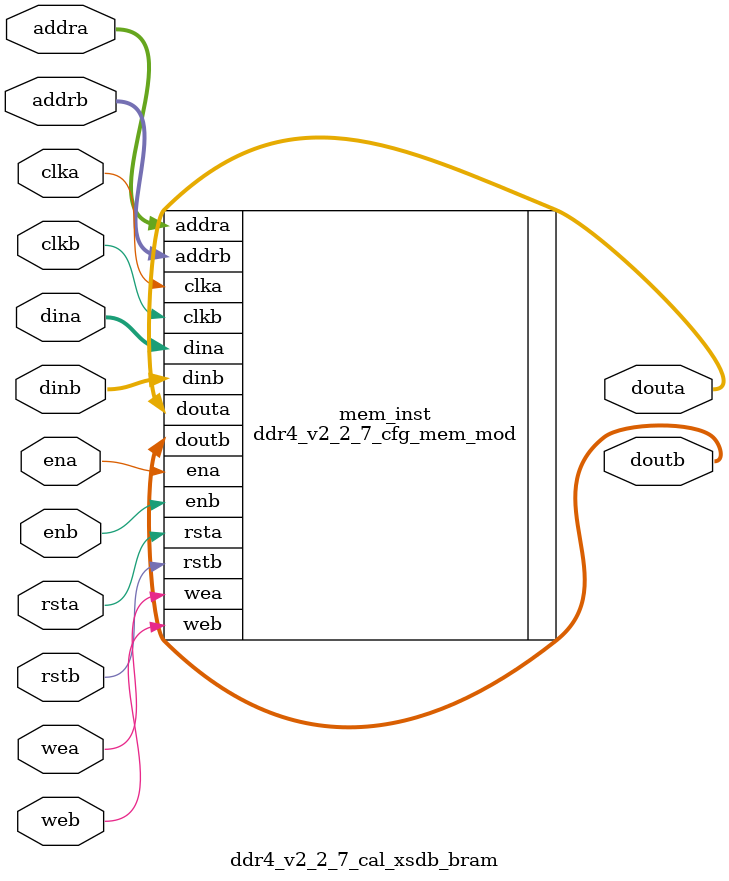
<source format=sv>
/******************************************************************************
// (c) Copyright 2013 - 2014 Xilinx, Inc. All rights reserved.
//
// This file contains confidential and proprietary information
// of Xilinx, Inc. and is protected under U.S. and
// international copyright and other intellectual property
// laws.
//
// DISCLAIMER
// This disclaimer is not a license and does not grant any
// rights to the materials distributed herewith. Except as
// otherwise provided in a valid license issued to you by
// Xilinx, and to the maximum extent permitted by applicable
// law: (1) THESE MATERIALS ARE MADE AVAILABLE "AS IS" AND
// WITH ALL FAULTS, AND XILINX HEREBY DISCLAIMS ALL WARRANTIES
// AND CONDITIONS, EXPRESS, IMPLIED, OR STATUTORY, INCLUDING
// BUT NOT LIMITED TO WARRANTIES OF MERCHANTABILITY, NON-
// INFRINGEMENT, OR FITNESS FOR ANY PARTICULAR PURPOSE; and
// (2) Xilinx shall not be liable (whether in contract or tort,
// including negligence, or under any other theory of
// liability) for any loss or damage of any kind or nature
// related to, arising under or in connection with these
// materials, including for any direct, or any indirect,
// special, incidental, or consequential loss or damage
// (including loss of data, profits, goodwill, or any type of
// loss or damage suffered as a result of any action brought
// by a third party) even if such damage or loss was
// reasonably foreseeable or Xilinx had been advised of the
// possibility of the same.
//
// CRITICAL APPLICATIONS
// Xilinx products are not designed or intended to be fail-
// safe, or for use in any application requiring fail-safe
// performance, such as life-support or safety devices or
// systems, Class III medical devices, nuclear facilities,
// applications related to the deployment of airbags, or any
// other applications that could lead to death, personal
// injury, or severe property or environmental damage
// (individually and collectively, "Critical
// Applications"). Customer assumes the sole risk and
// liability of any use of Xilinx products in Critical
// Applications, subject only to applicable laws and
// regulations governing limitations on product liability.
//
// THIS COPYRIGHT NOTICE AND DISCLAIMER MUST BE RETAINED AS
// PART OF THIS FILE AT ALL TIMES.
******************************************************************************/
//   ____  ____
//  /   /\/   /
// /___/  \  /    Vendor             : Xilinx
// \   \   \/     Version            : 2.0
//  \   \         Application        : MIG
//  /   /         Filename           : ddr4_v2_2_7_cal_xsdb_bram.sv
// /___/   /\     Date Last Modified : $Date: 2015/04/23 $
// \   \  /  \    Date Created       : Tue May 13 2014
//  \___\/\___\
//
// Device           : UltraScale
// Design Name      : DDR4 SDRAM & DDR3 SDRAM
// Purpose          :
//                   ddr4_v2_2_7_cal_xsdb_bram module
// Reference        :
// Revision History :
//*****************************************************************************
`timescale 1ns / 1ps

(* bram_map="yes" *)

module ddr4_v2_2_7_cal_xsdb_bram
    #(	
    
		parameter       	  MEM                        	  =  "DDR4"
		,parameter       	  DBYTES                     	  =  8 //4
		,parameter            START_ADDRESS                   =  18
		,parameter  		  SPREAD_SHEET_VERSION            =  2
		,parameter            RTL_VERSION                     =  0
		,parameter            MEM_CODE                        =  0
		,parameter  		  MEMORY_TYPE                     =  (MEM == "DDR4") ? 2 : 1
		,parameter            MEMORY_CONFIGURATION            =  1
		,parameter            MEMORY_VOLTAGE                  =  1
        ,parameter            CLKFBOUT_MULT_PLL               =  4
        ,parameter            DIVCLK_DIVIDE_PLL               =  1
        ,parameter            CLKOUT0_DIVIDE_PLL              =  1
        ,parameter            CLKFBOUT_MULT_MMCM              =  4
        ,parameter            DIVCLK_DIVIDE_MMCM              =  1
        ,parameter            CLKOUT0_DIVIDE_MMCM             =  4
		,parameter  		  DQBITS	                      =  64
		,parameter			  NIBBLE                          =  DQBITS/4
		,parameter  		  BITS_PER_BYTE                   =  8 //DQBITS/DBYTES
		,parameter  		  SLOTS                   =  1
		,parameter  		  ABITS                           =  10
		,parameter  		  BABITS                          =  2
		,parameter       	  BGBITS              	          =  2
		,parameter       	  CKEBITS                  		  =  4
		,parameter       	  CSBITS             	          =  4
		,parameter       	  ODTBITS                    	  =  4
		,parameter       	  DRAM_WIDTH                 	  =  8      // # of DQ per DQS
		,parameter       	  RANKS                      	  =  4 // 1      //1, 2, 3, or 4
		,parameter            S_HEIGHT                        =  1
		,parameter       	  nCK_PER_CLK                	  =  1      // # of memory CKs per fabric CLK
        ,parameter            tCK                             =  2000		
		,parameter       	  DM_DBI_SETTING             	  =  7     //// 3bits requried all 7
		,parameter            BISC_EN                         =  0
		,parameter       	  USE_CS_PORT             	      =  1     //// 1 bit
		,parameter            EXTRA_CMD_DELAY                 =  0     //// 1 bit
		,parameter            REG_CTRL_ON                     =  0     // RDIMM register control
		,parameter            CA_MIRROR                       =  0     //// 1 bit
		,parameter       	  DQS_GATE                   	  =  7
		,parameter       	  WRLVL                      	  =  7
		,parameter       	  RDLVL                      	  =  7
		,parameter       	  RDLVL_DBI                       =  7
		,parameter       	  WR_DQS_DQ                  	  =  7
		,parameter       	  WR_DQS_DM_DBI                   =  7
		,parameter            WRITE_LAT                       =  7
		,parameter       	  RDLVL_COMPLEX                   =  3     ///2 bits required all 3
		,parameter       	  WR_DQS_COMPLEX                  =  3     ///2 bits required all 3
		,parameter       	  DQS_TRACKING               	  =  3
		,parameter       	  RD_VREF                    	  =  3
		,parameter       	  RD_VREF_PATTERN                 =  3
		,parameter       	  WR_VREF                    	  =  3
		,parameter       	  WR_VREF_PATTERN                 =  3
		,parameter       	  DQS_SAMPLE_CNT             	  =  127
		,parameter       	  WRLVL_SAMPLE_CNT           	  =  255
		,parameter       	  RDLVL_SAMPLE_CNT           	  =  127
		,parameter       	  COMPLEX_LOOP_CNT           	  =  255
		,parameter       	  IODELAY_QTR_CK_TAP_CNT     	  =  255
		,parameter       	  DEBUG_MESSAGES     	          =  0
		,parameter         	  MR0                     		  =  13'b0000000110000
		,parameter         	  MR1                     		  =  13'b0000100000001 //RTT_NOM=RZQ/4 (60 Ohm)
		,parameter         	  MR2                     		  =  13'b0000000011000
		,parameter         	  MR3                     		  =  13'b0000000000000
		,parameter         	  MR4                     		  =  13'b0000000000000
		,parameter         	  MR5                     		  =  13'b0010000000000
		,parameter         	  MR6                     		  =  13'b0100000000000
		,parameter            ODTWR                           = 16'h0000
		,parameter            ODTRD                           = 16'h0000
		,parameter            SLOT0_CONFIG                    = 0     // all 9 bits
		,parameter            SLOT1_CONFIG                    = 0     // all 9 bits
		,parameter            SLOT0_FUNC_CS                   = 0     // all 9 bits
		,parameter            SLOT1_FUNC_CS                   = 0     // all 9 bits
		,parameter            SLOT0_ODD_CS                    = 0     // all 9 bits
		,parameter            SLOT1_ODD_CS                    = 0     // all 9 bits
		,parameter            DDR4_REG_RC03                   = 0     // all 9 bits
		,parameter            DDR4_REG_RC04                   = 0     // all 9 bits
		,parameter            DDR4_REG_RC05                   = 0     // all 9 bits
		,parameter            DDR4_REG_RC3X                   = 0     // all 9 bits
		
		,parameter         	  MR0_0                   		  =  MR0[8:0]
		,parameter         	  MR0_1                   		  =  {5'b0,MR0[12:9]}
		,parameter         	  MR1_0                   		  =  MR1[8:0]
		,parameter         	  MR1_1                   		  =  {5'b0,MR1[12:9]}
		,parameter         	  MR2_0                   	 	  =  MR2[8:0]
		,parameter         	  MR2_1                   		  =  {5'b0,MR2[12:9]}
		,parameter         	  MR3_0                   		  =  MR3[8:0]
		,parameter         	  MR3_1                   		  =  {5'b0,MR3[12:9]}
		,parameter         	  MR4_0                   		  =  MR4[8:0]
		,parameter         	  MR4_1                   		  =  {5'b0,MR4[12:9]}
		,parameter         	  MR5_0                   		  =  MR5[8:0]
		,parameter         	  MR5_1                   		  =  {5'b0,MR5[12:9]}
		,parameter         	  MR6_0                   		  =  MR6[8:0]
		,parameter         	  MR6_1                   		  =  {5'b0,MR6[12:9]}
  
       ,parameter NUM_BRAMS    = 1
	   ,parameter SIZE         = 36 * 1024 * NUM_BRAMS
    // Specify INITs as 9 bit blocks (256 locations per blockRAM)
       ,parameter ADDR_WIDTH   = 16
	   ,parameter DATA_WIDTH   = 9
       ,parameter PIPELINE_REG = 1 
    )
  (
	
		clka,
		clkb,
		ena,
		enb,
		addra,
		addrb,
		dina,
		dinb,
		douta,
		doutb,
		wea,
		web,
		rsta,
		rstb
);
input clka;
input clkb;
input ena;
input enb;
input [ADDR_WIDTH-1:0]addra;
input [ADDR_WIDTH-1:0]addrb;
input [DATA_WIDTH-1:0]dina;
input [DATA_WIDTH-1:0]dinb;
input wea;
input web;
input rsta;
input rstb;
output reg [DATA_WIDTH-1:0]douta;
output reg [DATA_WIDTH-1:0]doutb;


// Initial values to the BlockRam 0
localparam [8:0] mem0_init_0 = {4'b0,START_ADDRESS[4:0]};
localparam [8:0] mem0_init_1 = 9'b0;
localparam [8:0] mem0_init_2 = 9'b0;
localparam [8:0] mem0_init_3 = {5'b0,SPREAD_SHEET_VERSION[3:0]};
localparam [8:0] mem0_init_4 = {6'b0,MEMORY_TYPE[2:0]};
localparam [8:0] mem0_init_5 = RANKS;
localparam [8:0] mem0_init_6 = DBYTES[8:0]; // MAN - repeats DBYTES parameter (may hardwire to BYTES for initial SW compatability)
localparam [8:0] mem0_init_7 = NIBBLE[8:0];
localparam [8:0] mem0_init_8 = BITS_PER_BYTE[8:0];
localparam [8:0] mem0_init_9 = 9'b1;
localparam [8:0] mem0_init_10 = 9'b1;
localparam [8:0] mem0_init_11 = 9'b1;
localparam [8:0] mem0_init_12 = SLOTS;
localparam [8:0] mem0_init_13 = 9'b0;
localparam [8:0] mem0_init_14 = 9'b0;
localparam [8:0] mem0_init_15 = 9'b0;
localparam [8:0] mem0_init_16 = 9'b0;
localparam [8:0] mem0_init_17 = 9'b0;
localparam [8:0] mem0_init_18 = RTL_VERSION[8:0];
localparam [8:0] mem0_init_19 = 9'b0;
localparam [8:0] mem0_init_20 = NUM_BRAMS[8:0];
localparam [8:0] mem0_init_21 = {BGBITS[1:0],BABITS[1:0],ABITS[4:0]};
localparam [8:0] mem0_init_22 = {ODTBITS[2:0],CSBITS[2:0],CKEBITS[2:0]};
localparam [8:0] mem0_init_23 = DBYTES[8:0];
localparam [8:0] mem0_init_24 = DRAM_WIDTH[8:0];
localparam [8:0] mem0_init_25 = {CA_MIRROR[0],REG_CTRL_ON[0],EXTRA_CMD_DELAY[0],USE_CS_PORT[0],BISC_EN[0],DM_DBI_SETTING[2:0],nCK_PER_CLK[0]};
localparam [8:0] mem0_init_26 = {RDLVL[2:0],WRLVL[2:0],DQS_GATE[2:0]};
localparam [8:0] mem0_init_27 = {WR_DQS_DM_DBI[2:0],WR_DQS_DQ[2:0],RDLVL_DBI[2:0]};
localparam [8:0] mem0_init_28 = {WR_DQS_COMPLEX[2:0],RDLVL_COMPLEX[2:0],WRITE_LAT[2:0]};
localparam [8:0] mem0_init_29 = {DEBUG_MESSAGES[0],RD_VREF_PATTERN[1:0],WR_VREF_PATTERN[1:0],RD_VREF[1:0],WR_VREF[1:0]};
localparam [8:0] mem0_init_30 = {7'b0,DQS_TRACKING[1:0]};
localparam [8:0] mem0_init_31 = DQS_SAMPLE_CNT[8:0];
localparam [8:0] mem0_init_32 = WRLVL_SAMPLE_CNT[8:0];
localparam [8:0] mem0_init_33 = RDLVL_SAMPLE_CNT[8:0];
localparam [8:0] mem0_init_34 = COMPLEX_LOOP_CNT[8:0];
localparam [8:0] mem0_init_35 = IODELAY_QTR_CK_TAP_CNT[8:0];
localparam [8:0] mem0_init_36 = {5'b0,S_HEIGHT[3:0]};
localparam [8:0] mem0_init_37 = 9'b0;
localparam [8:0] mem0_init_38 = 9'b0;
localparam [8:0] mem0_init_39 = 9'b0;
localparam [8:0] mem0_init_40 = {1'b0, ODTWR[7:0]};
localparam [8:0] mem0_init_41 = {1'b0, ODTWR[15:8]};
localparam [8:0] mem0_init_42 = {1'b0, ODTRD[7:0]};
localparam [8:0] mem0_init_43 = {1'b0, ODTRD[15:8]};
localparam [8:0] mem0_init_44 = SLOT0_CONFIG;
localparam [8:0] mem0_init_45 = SLOT1_CONFIG;
localparam [8:0] mem0_init_46 = SLOT0_FUNC_CS;
localparam [8:0] mem0_init_47 = SLOT1_FUNC_CS;
localparam [8:0] mem0_init_48 = SLOT0_ODD_CS;
localparam [8:0] mem0_init_49 = SLOT1_ODD_CS;
localparam [8:0] mem0_init_50 = DDR4_REG_RC03;
localparam [8:0] mem0_init_51 = DDR4_REG_RC04;
localparam [8:0] mem0_init_52 = DDR4_REG_RC05;
localparam [8:0] mem0_init_53 = DDR4_REG_RC3X;
localparam [8:0] mem0_init_54 = MR0_0[8:0];
localparam [8:0] mem0_init_55 = MR0_1[8:0];
localparam [8:0] mem0_init_56 = MR1_0[8:0];
localparam [8:0] mem0_init_57 = MR1_1[8:0];
localparam [8:0] mem0_init_58 = MR2_0[8:0];
localparam [8:0] mem0_init_59 = MR2_1[8:0];
localparam [8:0] mem0_init_60 = MR3_0[8:0];
localparam [8:0] mem0_init_61 = MR3_1[8:0];
localparam [8:0] mem0_init_62 = MR4_0[8:0];
localparam [8:0] mem0_init_63 = MR4_1[8:0];
localparam [8:0] mem0_init_64 = MR5_0[8:0];
localparam [8:0] mem0_init_65 = MR5_1[8:0];
localparam [8:0] mem0_init_66 = MR6_0[8:0];
localparam [8:0] mem0_init_67 = MR6_1[8:0];
localparam [8:0] mem0_init_68 = 9'b0;
localparam [8:0] mem0_init_69 = tCK[8:0];
localparam [8:0] mem0_init_70 = tCK[16:9];
localparam [8:0] mem0_init_71 = MEMORY_CONFIGURATION[8:0];
localparam [8:0] mem0_init_72 = MEMORY_VOLTAGE[8:0];
localparam [8:0] mem0_init_73 = CLKFBOUT_MULT_PLL[8:0];
localparam [8:0] mem0_init_74 = DIVCLK_DIVIDE_PLL[8:0];
localparam [8:0] mem0_init_75 = CLKFBOUT_MULT_MMCM[8:0];
localparam [8:0] mem0_init_76 = DIVCLK_DIVIDE_MMCM[8:0];
localparam [8:0] mem0_init_77 = 9'b0;
localparam [8:0] mem0_init_78 = 9'b0;
localparam [8:0] mem0_init_79 = 9'b0;
localparam [8:0] mem0_init_80 = 9'b0;
localparam [8:0] mem0_init_81 = 9'b0;
localparam [8:0] mem0_init_82 = 9'b0;
localparam [8:0] mem0_init_83 = 9'b0;
localparam [8:0] mem0_init_84 = 9'b0;
localparam [8:0] mem0_init_85 = 9'b0;
localparam [8:0] mem0_init_86 = 9'b0;
localparam [8:0] mem0_init_87 = 9'b0;
localparam [8:0] mem0_init_88 = 9'b0;
localparam [8:0] mem0_init_89 = 9'b0;
localparam [8:0] mem0_init_90 = 9'b0;
localparam [8:0] mem0_init_91 = 9'b0;
localparam [8:0] mem0_init_92 = 9'b0;
localparam [8:0] mem0_init_93 = 9'b0;
localparam [8:0] mem0_init_94 = 9'b0;
localparam [8:0] mem0_init_95 = 9'b0;
localparam [8:0] mem0_init_96 = 9'b0;
localparam [8:0] mem0_init_97 = 9'b0;
localparam [8:0] mem0_init_98 = 9'b0;
localparam [8:0] mem0_init_99 = 9'b0;
localparam [8:0] mem0_init_100 = 9'b0;
localparam [8:0] mem0_init_101 = 9'b0;
localparam [8:0] mem0_init_102 = 9'b0;
localparam [8:0] mem0_init_103 = 9'b0;
localparam [8:0] mem0_init_104 = 9'b0;
localparam [8:0] mem0_init_105 = 9'b0;
localparam [8:0] mem0_init_106 = 9'b0;
localparam [8:0] mem0_init_107 = 9'b0;
localparam [8:0] mem0_init_108 = 9'b0;
localparam [8:0] mem0_init_109 = 9'b0;
localparam [8:0] mem0_init_110 = 9'b0;
localparam [8:0] mem0_init_111 = 9'b0;
localparam [8:0] mem0_init_112 = 9'b0;
localparam [8:0] mem0_init_113 = 9'b0;
localparam [8:0] mem0_init_114 = 9'b0;
localparam [8:0] mem0_init_115 = 9'b0;
localparam [8:0] mem0_init_116 = 9'b0;
localparam [8:0] mem0_init_117 = 9'b0;
localparam [8:0] mem0_init_118 = 9'b0;
localparam [8:0] mem0_init_119 = 9'b0;
localparam [8:0] mem0_init_120 = 9'b0;
localparam [8:0] mem0_init_121 = 9'b0;
localparam [8:0] mem0_init_122 = 9'b0;
localparam [8:0] mem0_init_123 = 9'b0;
localparam [8:0] mem0_init_124 = 9'b0;
localparam [8:0] mem0_init_125 = 9'b0;
localparam [8:0] mem0_init_126 = 9'b0;
localparam [8:0] mem0_init_127 = 9'b0;
localparam [8:0] mem0_init_128 = 9'b0;
localparam [8:0] mem0_init_129 = 9'b0;
localparam [8:0] mem0_init_130 = 9'b0;
localparam [8:0] mem0_init_131 = 9'b0;
localparam [8:0] mem0_init_132 = 9'b0;
localparam [8:0] mem0_init_133 = 9'b0;
localparam [8:0] mem0_init_134 = 9'b0;
localparam [8:0] mem0_init_135 = 9'b0;
localparam [8:0] mem0_init_136 = 9'b0;
localparam [8:0] mem0_init_137 = 9'b0;
localparam [8:0] mem0_init_138 = 9'b0;
localparam [8:0] mem0_init_139 = 9'b0;
localparam [8:0] mem0_init_140 = 9'b0;
localparam [8:0] mem0_init_141 = 9'b0;
localparam [8:0] mem0_init_142 = 9'b0;
localparam [8:0] mem0_init_143 = 9'b0;
localparam [8:0] mem0_init_144 = 9'b0;
localparam [8:0] mem0_init_145 = 9'b0;
localparam [8:0] mem0_init_146 = 9'b0;
localparam [8:0] mem0_init_147 = 9'b0;
localparam [8:0] mem0_init_148 = 9'b0;
localparam [8:0] mem0_init_149 = 9'b0;
localparam [8:0] mem0_init_150 = 9'b0;
localparam [8:0] mem0_init_151 = 9'b0;
localparam [8:0] mem0_init_152 = 9'b0;
localparam [8:0] mem0_init_153 = 9'b0;
localparam [8:0] mem0_init_154 = 9'b0;
localparam [8:0] mem0_init_155 = 9'b0;
localparam [8:0] mem0_init_156 = 9'b0;
localparam [8:0] mem0_init_157 = 9'b0;
localparam [8:0] mem0_init_158 = 9'b0;
localparam [8:0] mem0_init_159 = 9'b0;
localparam [8:0] mem0_init_160 = 9'b0;
localparam [8:0] mem0_init_161 = 9'b0;
localparam [8:0] mem0_init_162 = 9'b0;
localparam [8:0] mem0_init_163 = 9'b0;
localparam [8:0] mem0_init_164 = 9'b0;
localparam [8:0] mem0_init_165 = 9'b0;
localparam [8:0] mem0_init_166 = 9'b0;
localparam [8:0] mem0_init_167 = 9'b0;
localparam [8:0] mem0_init_168 = 9'b0;
localparam [8:0] mem0_init_169 = 9'b0;
localparam [8:0] mem0_init_170 = 9'b0;
localparam [8:0] mem0_init_171 = 9'b0;
localparam [8:0] mem0_init_172 = 9'b0;
localparam [8:0] mem0_init_173 = 9'b0;
localparam [8:0] mem0_init_174 = 9'b0;
localparam [8:0] mem0_init_175 = 9'b0;
localparam [8:0] mem0_init_176 = 9'b0;
localparam [8:0] mem0_init_177 = 9'b0;
localparam [8:0] mem0_init_178 = 9'b0;
localparam [8:0] mem0_init_179 = 9'b0;
localparam [8:0] mem0_init_180 = 9'b0;
localparam [8:0] mem0_init_181 = 9'b0;
localparam [8:0] mem0_init_182 = 9'b0;
localparam [8:0] mem0_init_183 = 9'b0;
localparam [8:0] mem0_init_184 = 9'b0;
localparam [8:0] mem0_init_185 = 9'b0;
localparam [8:0] mem0_init_186 = 9'b0;
localparam [8:0] mem0_init_187 = 9'b0;
localparam [8:0] mem0_init_188 = 9'b0;
localparam [8:0] mem0_init_189 = 9'b0;
localparam [8:0] mem0_init_190 = 9'b0;
localparam [8:0] mem0_init_191 = 9'b0;
localparam [8:0] mem0_init_192 = 9'b0;
localparam [8:0] mem0_init_193 = 9'b0;
localparam [8:0] mem0_init_194 = 9'b0;
localparam [8:0] mem0_init_195 = 9'b0;
localparam [8:0] mem0_init_196 = 9'b0;
localparam [8:0] mem0_init_197 = 9'b0;
localparam [8:0] mem0_init_198 = 9'b0;
localparam [8:0] mem0_init_199 = 9'b0;
localparam [8:0] mem0_init_200 = 9'b0;
localparam [8:0] mem0_init_201 = 9'b0;
localparam [8:0] mem0_init_202 = 9'b0;
localparam [8:0] mem0_init_203 = 9'b0;
localparam [8:0] mem0_init_204 = 9'b0;
localparam [8:0] mem0_init_205 = 9'b0;
localparam [8:0] mem0_init_206 = 9'b0;
localparam [8:0] mem0_init_207 = 9'b0;
localparam [8:0] mem0_init_208 = 9'b0;
localparam [8:0] mem0_init_209 = 9'b0;
localparam [8:0] mem0_init_210 = 9'b0;
localparam [8:0] mem0_init_211 = 9'b0;
localparam [8:0] mem0_init_212 = 9'b0;
localparam [8:0] mem0_init_213 = 9'b0;
localparam [8:0] mem0_init_214 = 9'b0;
localparam [8:0] mem0_init_215 = 9'b0;
localparam [8:0] mem0_init_216 = 9'b0;
localparam [8:0] mem0_init_217 = 9'b0;
localparam [8:0] mem0_init_218 = 9'b0;
localparam [8:0] mem0_init_219 = 9'b0;
localparam [8:0] mem0_init_220 = 9'b0;
localparam [8:0] mem0_init_221 = 9'b0;
localparam [8:0] mem0_init_222 = 9'b0;
localparam [8:0] mem0_init_223 = 9'b0;
localparam [8:0] mem0_init_224 = 9'b0;
localparam [8:0] mem0_init_225 = 9'b0;
localparam [8:0] mem0_init_226 = 9'b0;
localparam [8:0] mem0_init_227 = 9'b0;
localparam [8:0] mem0_init_228 = 9'b0;
localparam [8:0] mem0_init_229 = 9'b0;
localparam [8:0] mem0_init_230 = 9'b0;
localparam [8:0] mem0_init_231 = 9'b0;
localparam [8:0] mem0_init_232 = 9'b0;
localparam [8:0] mem0_init_233 = 9'b0;
localparam [8:0] mem0_init_234 = 9'b0;
localparam [8:0] mem0_init_235 = 9'b0;
localparam [8:0] mem0_init_236 = 9'b0;
localparam [8:0] mem0_init_237 = 9'b0;
localparam [8:0] mem0_init_238 = 9'b0;
localparam [8:0] mem0_init_239 = 9'b0;
localparam [8:0] mem0_init_240 = 9'b0;
localparam [8:0] mem0_init_241 = 9'b0;
localparam [8:0] mem0_init_242 = 9'b0;
localparam [8:0] mem0_init_243 = 9'b0;
localparam [8:0] mem0_init_244 = 9'b0;
localparam [8:0] mem0_init_245 = 9'b0;
localparam [8:0] mem0_init_246 = 9'b0;
localparam [8:0] mem0_init_247 = 9'b0;
localparam [8:0] mem0_init_248 = 9'b0;
localparam [8:0] mem0_init_249 = 9'b0;
localparam [8:0] mem0_init_250 = 9'b0;
localparam [8:0] mem0_init_251 = 9'b0;
localparam [8:0] mem0_init_252 = 9'b0;
localparam [8:0] mem0_init_253 = 9'b0;
localparam [8:0] mem0_init_254 = 9'b0;
localparam [8:0] mem0_init_255 = 9'b0;

localparam [256*9-1:0] INIT_BRAM0 = {mem0_init_255,mem0_init_254,mem0_init_253,mem0_init_252,mem0_init_251,mem0_init_250,mem0_init_249,mem0_init_248,mem0_init_247,mem0_init_246,mem0_init_245,mem0_init_244,mem0_init_243,mem0_init_242,mem0_init_241,mem0_init_240,mem0_init_239,mem0_init_238,mem0_init_237,mem0_init_236,mem0_init_235,mem0_init_234,mem0_init_233,mem0_init_232,mem0_init_231,mem0_init_230,mem0_init_229,mem0_init_228,mem0_init_227,mem0_init_226,mem0_init_225,mem0_init_224,mem0_init_223,mem0_init_222,mem0_init_221,mem0_init_220,mem0_init_219,mem0_init_218,mem0_init_217,mem0_init_216,mem0_init_215,mem0_init_214,mem0_init_213,mem0_init_212,mem0_init_211,mem0_init_210,mem0_init_209,mem0_init_208,mem0_init_207,mem0_init_206,mem0_init_205,mem0_init_204,mem0_init_203,mem0_init_202,mem0_init_201,mem0_init_200,mem0_init_199,mem0_init_198,mem0_init_197,mem0_init_196,mem0_init_195,mem0_init_194,mem0_init_193,mem0_init_192,mem0_init_191,mem0_init_190,mem0_init_189,mem0_init_188,mem0_init_187,mem0_init_186,mem0_init_185,mem0_init_184,mem0_init_183,mem0_init_182,mem0_init_181,mem0_init_180,mem0_init_179,mem0_init_178,mem0_init_177,mem0_init_176,mem0_init_175,mem0_init_174,mem0_init_173,mem0_init_172,mem0_init_171,mem0_init_170,mem0_init_169,mem0_init_168,mem0_init_167,mem0_init_166,mem0_init_165,mem0_init_164,mem0_init_163,mem0_init_162,mem0_init_161,mem0_init_160,mem0_init_159,mem0_init_158,mem0_init_157,mem0_init_156,mem0_init_155,mem0_init_154,mem0_init_153,mem0_init_152,mem0_init_151,mem0_init_150,mem0_init_149,mem0_init_148,mem0_init_147,mem0_init_146,mem0_init_145,mem0_init_144,mem0_init_143,mem0_init_142,mem0_init_141,mem0_init_140,mem0_init_139,mem0_init_138,mem0_init_137,mem0_init_136,mem0_init_135,mem0_init_134,mem0_init_133,mem0_init_132,mem0_init_131,mem0_init_130,mem0_init_129,mem0_init_128,mem0_init_127,mem0_init_126,mem0_init_125,mem0_init_124,mem0_init_123,mem0_init_122,mem0_init_121,mem0_init_120,mem0_init_119,mem0_init_118,mem0_init_117,mem0_init_116,mem0_init_115,mem0_init_114,mem0_init_113,mem0_init_112,mem0_init_111,mem0_init_110,mem0_init_109,mem0_init_108,mem0_init_107,mem0_init_106,mem0_init_105,mem0_init_104,mem0_init_103,mem0_init_102,mem0_init_101,mem0_init_100,mem0_init_99,mem0_init_98,mem0_init_97,mem0_init_96,mem0_init_95,mem0_init_94,mem0_init_93,mem0_init_92,mem0_init_91,mem0_init_90,mem0_init_89,mem0_init_88,mem0_init_87,mem0_init_86,mem0_init_85,mem0_init_84,mem0_init_83,mem0_init_82,mem0_init_81,mem0_init_80,mem0_init_79,mem0_init_78,mem0_init_77,mem0_init_76,mem0_init_75,mem0_init_74,mem0_init_73,mem0_init_72,mem0_init_71,mem0_init_70,mem0_init_69,mem0_init_68,mem0_init_67,mem0_init_66,mem0_init_65,mem0_init_64,mem0_init_63,mem0_init_62,mem0_init_61,mem0_init_60,mem0_init_59,mem0_init_58,mem0_init_57,mem0_init_56,mem0_init_55,mem0_init_54,mem0_init_53,mem0_init_52,mem0_init_51,mem0_init_50,mem0_init_49,mem0_init_48,mem0_init_47,mem0_init_46,mem0_init_45,mem0_init_44,mem0_init_43,mem0_init_42,mem0_init_41,mem0_init_40,mem0_init_39,mem0_init_38,mem0_init_37,mem0_init_36,mem0_init_35,mem0_init_34,mem0_init_33,mem0_init_32,mem0_init_31,mem0_init_30,mem0_init_29,mem0_init_28,mem0_init_27,mem0_init_26,mem0_init_25,mem0_init_24,mem0_init_23,mem0_init_22,mem0_init_21,mem0_init_20,mem0_init_19,mem0_init_18,mem0_init_17,mem0_init_16,mem0_init_15,mem0_init_14,mem0_init_13,mem0_init_12,mem0_init_11,mem0_init_10,mem0_init_9,mem0_init_8,mem0_init_7,mem0_init_6,mem0_init_5,mem0_init_4,mem0_init_3,mem0_init_2,mem0_init_1,mem0_init_0};

// Populate INIT's for rest of BlockRAMs if required
localparam [256*9*NUM_BRAMS-1:0] INIT = ( NUM_BRAMS == 1 ) ? INIT_BRAM0 : ( NUM_BRAMS == 2 ) ? {2304'b0 ,INIT_BRAM0} : {{2{2304'b0}} ,INIT_BRAM0};

ddr4_v2_2_7_cfg_mem_mod # (
               .SIZE(SIZE),
               .INIT(INIT),
               .ADDR_WIDTH(ADDR_WIDTH),
               .DATA_WIDTH(9),
               .PIPELINE_REG(PIPELINE_REG)
              )
     mem_inst (
                .clka(clka),
                .clkb(clkb),
                .ena(ena),
                .enb(enb),
                .addra(addra),
                .addrb(addrb),
                .dina(dina),
                .dinb(dinb),
                .wea(wea),
                .web(web),
                .rsta(rsta),
                .rstb(rstb),
                .douta(douta),
                .doutb(doutb)
               );

endmodule


</source>
